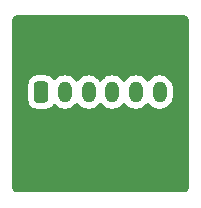
<source format=gbl>
G04 #@! TF.GenerationSoftware,KiCad,Pcbnew,8.0.5+1*
G04 #@! TF.CreationDate,2024-11-12T14:55:00+00:00*
G04 #@! TF.ProjectId,stepper-adapter,73746570-7065-4722-9d61-646170746572,rev?*
G04 #@! TF.SameCoordinates,Original*
G04 #@! TF.FileFunction,Copper,L2,Bot*
G04 #@! TF.FilePolarity,Positive*
%FSLAX46Y46*%
G04 Gerber Fmt 4.6, Leading zero omitted, Abs format (unit mm)*
G04 Created by KiCad (PCBNEW 8.0.5+1) date 2024-11-12 14:55:00*
%MOMM*%
%LPD*%
G01*
G04 APERTURE LIST*
G04 Aperture macros list*
%AMRoundRect*
0 Rectangle with rounded corners*
0 $1 Rounding radius*
0 $2 $3 $4 $5 $6 $7 $8 $9 X,Y pos of 4 corners*
0 Add a 4 corners polygon primitive as box body*
4,1,4,$2,$3,$4,$5,$6,$7,$8,$9,$2,$3,0*
0 Add four circle primitives for the rounded corners*
1,1,$1+$1,$2,$3*
1,1,$1+$1,$4,$5*
1,1,$1+$1,$6,$7*
1,1,$1+$1,$8,$9*
0 Add four rect primitives between the rounded corners*
20,1,$1+$1,$2,$3,$4,$5,0*
20,1,$1+$1,$4,$5,$6,$7,0*
20,1,$1+$1,$6,$7,$8,$9,0*
20,1,$1+$1,$8,$9,$2,$3,0*%
G04 Aperture macros list end*
G04 #@! TA.AperFunction,ComponentPad*
%ADD10RoundRect,0.250000X-0.350000X-0.650000X0.350000X-0.650000X0.350000X0.650000X-0.350000X0.650000X0*%
G04 #@! TD*
G04 #@! TA.AperFunction,ComponentPad*
%ADD11O,1.200000X1.800000*%
G04 #@! TD*
G04 APERTURE END LIST*
D10*
X3000000Y-7000000D03*
D11*
X5000000Y-7000000D03*
X7000000Y-7000000D03*
X9000000Y-7000000D03*
X11000000Y-7000000D03*
X13000000Y-7000000D03*
G04 #@! TA.AperFunction,NonConductor*
G36*
X15006922Y-501280D02*
G01*
X15097266Y-511459D01*
X15124331Y-517636D01*
X15203540Y-545352D01*
X15228553Y-557398D01*
X15299606Y-602043D01*
X15321313Y-619355D01*
X15380644Y-678686D01*
X15397957Y-700395D01*
X15442600Y-771444D01*
X15454648Y-796462D01*
X15482362Y-875666D01*
X15488540Y-902735D01*
X15498720Y-993075D01*
X15499500Y-1006960D01*
X15499500Y-14993038D01*
X15498720Y-15006923D01*
X15488540Y-15097264D01*
X15482362Y-15124333D01*
X15454648Y-15203537D01*
X15442600Y-15228555D01*
X15397957Y-15299604D01*
X15380644Y-15321313D01*
X15321313Y-15380644D01*
X15299604Y-15397957D01*
X15228555Y-15442600D01*
X15203537Y-15454648D01*
X15124333Y-15482362D01*
X15097264Y-15488540D01*
X15017075Y-15497576D01*
X15006921Y-15498720D01*
X14993038Y-15499500D01*
X1006962Y-15499500D01*
X993078Y-15498720D01*
X980553Y-15497308D01*
X902735Y-15488540D01*
X875666Y-15482362D01*
X796462Y-15454648D01*
X771444Y-15442600D01*
X700395Y-15397957D01*
X678686Y-15380644D01*
X619355Y-15321313D01*
X602042Y-15299604D01*
X557399Y-15228555D01*
X545351Y-15203537D01*
X517637Y-15124333D01*
X511459Y-15097263D01*
X501280Y-15006922D01*
X500500Y-14993038D01*
X500500Y-6299983D01*
X1899500Y-6299983D01*
X1899500Y-7700001D01*
X1899501Y-7700018D01*
X1910000Y-7802796D01*
X1910001Y-7802799D01*
X1965185Y-7969331D01*
X1965187Y-7969336D01*
X1988870Y-8007732D01*
X2057288Y-8118656D01*
X2181344Y-8242712D01*
X2330666Y-8334814D01*
X2497203Y-8389999D01*
X2599991Y-8400500D01*
X3400008Y-8400499D01*
X3400016Y-8400498D01*
X3400019Y-8400498D01*
X3456302Y-8394748D01*
X3502797Y-8389999D01*
X3669334Y-8334814D01*
X3818656Y-8242712D01*
X3942712Y-8118656D01*
X3982310Y-8054456D01*
X4034258Y-8007732D01*
X4103220Y-7996509D01*
X4167303Y-8024352D01*
X4175530Y-8031872D01*
X4283072Y-8139414D01*
X4423212Y-8241232D01*
X4577555Y-8319873D01*
X4742299Y-8373402D01*
X4913389Y-8400500D01*
X4913390Y-8400500D01*
X5086610Y-8400500D01*
X5086611Y-8400500D01*
X5257701Y-8373402D01*
X5422445Y-8319873D01*
X5576788Y-8241232D01*
X5716928Y-8139414D01*
X5839414Y-8016928D01*
X5899682Y-7933975D01*
X5955012Y-7891311D01*
X6024626Y-7885332D01*
X6086421Y-7917938D01*
X6100315Y-7933973D01*
X6160586Y-8016928D01*
X6283072Y-8139414D01*
X6423212Y-8241232D01*
X6577555Y-8319873D01*
X6742299Y-8373402D01*
X6913389Y-8400500D01*
X6913390Y-8400500D01*
X7086610Y-8400500D01*
X7086611Y-8400500D01*
X7257701Y-8373402D01*
X7422445Y-8319873D01*
X7576788Y-8241232D01*
X7716928Y-8139414D01*
X7839414Y-8016928D01*
X7899682Y-7933975D01*
X7955012Y-7891311D01*
X8024626Y-7885332D01*
X8086421Y-7917938D01*
X8100315Y-7933973D01*
X8160586Y-8016928D01*
X8283072Y-8139414D01*
X8423212Y-8241232D01*
X8577555Y-8319873D01*
X8742299Y-8373402D01*
X8913389Y-8400500D01*
X8913390Y-8400500D01*
X9086610Y-8400500D01*
X9086611Y-8400500D01*
X9257701Y-8373402D01*
X9422445Y-8319873D01*
X9576788Y-8241232D01*
X9716928Y-8139414D01*
X9839414Y-8016928D01*
X9899682Y-7933975D01*
X9955012Y-7891311D01*
X10024626Y-7885332D01*
X10086421Y-7917938D01*
X10100315Y-7933973D01*
X10160586Y-8016928D01*
X10283072Y-8139414D01*
X10423212Y-8241232D01*
X10577555Y-8319873D01*
X10742299Y-8373402D01*
X10913389Y-8400500D01*
X10913390Y-8400500D01*
X11086610Y-8400500D01*
X11086611Y-8400500D01*
X11257701Y-8373402D01*
X11422445Y-8319873D01*
X11576788Y-8241232D01*
X11716928Y-8139414D01*
X11839414Y-8016928D01*
X11899682Y-7933975D01*
X11955012Y-7891311D01*
X12024626Y-7885332D01*
X12086421Y-7917938D01*
X12100315Y-7933973D01*
X12160586Y-8016928D01*
X12283072Y-8139414D01*
X12423212Y-8241232D01*
X12577555Y-8319873D01*
X12742299Y-8373402D01*
X12913389Y-8400500D01*
X12913390Y-8400500D01*
X13086610Y-8400500D01*
X13086611Y-8400500D01*
X13257701Y-8373402D01*
X13422445Y-8319873D01*
X13576788Y-8241232D01*
X13716928Y-8139414D01*
X13839414Y-8016928D01*
X13941232Y-7876788D01*
X14019873Y-7722445D01*
X14073402Y-7557701D01*
X14100500Y-7386611D01*
X14100500Y-6613389D01*
X14073402Y-6442299D01*
X14019873Y-6277555D01*
X13941232Y-6123212D01*
X13839414Y-5983072D01*
X13716928Y-5860586D01*
X13576788Y-5758768D01*
X13422445Y-5680127D01*
X13257701Y-5626598D01*
X13257699Y-5626597D01*
X13257698Y-5626597D01*
X13126271Y-5605781D01*
X13086611Y-5599500D01*
X12913389Y-5599500D01*
X12873728Y-5605781D01*
X12742302Y-5626597D01*
X12577552Y-5680128D01*
X12423211Y-5758768D01*
X12343256Y-5816859D01*
X12283072Y-5860586D01*
X12283070Y-5860588D01*
X12283069Y-5860588D01*
X12160588Y-5983069D01*
X12160581Y-5983078D01*
X12100317Y-6066023D01*
X12044987Y-6108689D01*
X11975374Y-6114667D01*
X11913579Y-6082061D01*
X11899683Y-6066023D01*
X11839418Y-5983078D01*
X11839414Y-5983072D01*
X11716928Y-5860586D01*
X11576788Y-5758768D01*
X11422445Y-5680127D01*
X11257701Y-5626598D01*
X11257699Y-5626597D01*
X11257698Y-5626597D01*
X11126271Y-5605781D01*
X11086611Y-5599500D01*
X10913389Y-5599500D01*
X10873728Y-5605781D01*
X10742302Y-5626597D01*
X10577552Y-5680128D01*
X10423211Y-5758768D01*
X10343256Y-5816859D01*
X10283072Y-5860586D01*
X10283070Y-5860588D01*
X10283069Y-5860588D01*
X10160588Y-5983069D01*
X10160581Y-5983078D01*
X10100317Y-6066023D01*
X10044987Y-6108689D01*
X9975374Y-6114667D01*
X9913579Y-6082061D01*
X9899683Y-6066023D01*
X9839418Y-5983078D01*
X9839414Y-5983072D01*
X9716928Y-5860586D01*
X9576788Y-5758768D01*
X9422445Y-5680127D01*
X9257701Y-5626598D01*
X9257699Y-5626597D01*
X9257698Y-5626597D01*
X9126271Y-5605781D01*
X9086611Y-5599500D01*
X8913389Y-5599500D01*
X8873728Y-5605781D01*
X8742302Y-5626597D01*
X8577552Y-5680128D01*
X8423211Y-5758768D01*
X8343256Y-5816859D01*
X8283072Y-5860586D01*
X8283070Y-5860588D01*
X8283069Y-5860588D01*
X8160588Y-5983069D01*
X8160581Y-5983078D01*
X8100317Y-6066023D01*
X8044987Y-6108689D01*
X7975374Y-6114667D01*
X7913579Y-6082061D01*
X7899683Y-6066023D01*
X7839418Y-5983078D01*
X7839414Y-5983072D01*
X7716928Y-5860586D01*
X7576788Y-5758768D01*
X7422445Y-5680127D01*
X7257701Y-5626598D01*
X7257699Y-5626597D01*
X7257698Y-5626597D01*
X7126271Y-5605781D01*
X7086611Y-5599500D01*
X6913389Y-5599500D01*
X6873728Y-5605781D01*
X6742302Y-5626597D01*
X6577552Y-5680128D01*
X6423211Y-5758768D01*
X6343256Y-5816859D01*
X6283072Y-5860586D01*
X6283070Y-5860588D01*
X6283069Y-5860588D01*
X6160588Y-5983069D01*
X6160581Y-5983078D01*
X6100317Y-6066023D01*
X6044987Y-6108689D01*
X5975374Y-6114667D01*
X5913579Y-6082061D01*
X5899683Y-6066023D01*
X5839418Y-5983078D01*
X5839414Y-5983072D01*
X5716928Y-5860586D01*
X5576788Y-5758768D01*
X5422445Y-5680127D01*
X5257701Y-5626598D01*
X5257699Y-5626597D01*
X5257698Y-5626597D01*
X5126271Y-5605781D01*
X5086611Y-5599500D01*
X4913389Y-5599500D01*
X4873728Y-5605781D01*
X4742302Y-5626597D01*
X4577552Y-5680128D01*
X4423211Y-5758768D01*
X4283073Y-5860585D01*
X4175530Y-5968128D01*
X4114207Y-6001612D01*
X4044515Y-5996628D01*
X3988582Y-5954756D01*
X3982310Y-5945543D01*
X3942712Y-5881344D01*
X3818656Y-5757288D01*
X3693559Y-5680128D01*
X3669336Y-5665187D01*
X3669331Y-5665185D01*
X3667862Y-5664698D01*
X3502797Y-5610001D01*
X3502795Y-5610000D01*
X3400010Y-5599500D01*
X2599998Y-5599500D01*
X2599980Y-5599501D01*
X2497203Y-5610000D01*
X2497200Y-5610001D01*
X2330668Y-5665185D01*
X2330663Y-5665187D01*
X2181342Y-5757289D01*
X2057289Y-5881342D01*
X1965187Y-6030663D01*
X1965186Y-6030666D01*
X1910001Y-6197203D01*
X1910001Y-6197204D01*
X1910000Y-6197204D01*
X1899500Y-6299983D01*
X500500Y-6299983D01*
X500500Y-1006961D01*
X501280Y-993077D01*
X501280Y-993075D01*
X511459Y-902731D01*
X517635Y-875670D01*
X545353Y-796456D01*
X557396Y-771450D01*
X602046Y-700389D01*
X619351Y-678690D01*
X678690Y-619351D01*
X700389Y-602046D01*
X771450Y-557396D01*
X796456Y-545353D01*
X875670Y-517635D01*
X902733Y-511459D01*
X965419Y-504396D01*
X993079Y-501280D01*
X1006962Y-500500D01*
X1065892Y-500500D01*
X14934108Y-500500D01*
X14993038Y-500500D01*
X15006922Y-501280D01*
G37*
G04 #@! TD.AperFunction*
M02*

</source>
